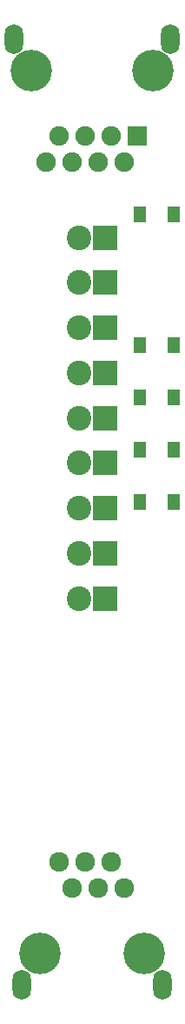
<source format=gts>
G04 #@! TF.FileFunction,Soldermask,Top*
%FSLAX46Y46*%
G04 Gerber Fmt 4.6, Leading zero omitted, Abs format (unit mm)*
G04 Created by KiCad (PCBNEW 4.0.2+dfsg1-stable) date Sun 11 Mar 2018 02:31:19 PM MDT*
%MOMM*%
G01*
G04 APERTURE LIST*
%ADD10C,0.100000*%
%ADD11O,1.797000X2.940000*%
%ADD12C,4.049980*%
%ADD13R,1.901140X1.901140*%
%ADD14C,1.901140*%
%ADD15R,1.310000X1.620000*%
%ADD16C,1.924000*%
%ADD17R,2.400000X2.400000*%
%ADD18C,2.400000*%
G04 APERTURE END LIST*
D10*
D11*
X121920000Y-52832000D03*
D12*
X108361480Y-55880000D03*
X120230900Y-55880000D03*
D13*
X118745000Y-62230000D03*
D14*
X117475000Y-64770000D03*
X116205000Y-62230000D03*
X114935000Y-64770000D03*
X113665000Y-62230000D03*
X112395000Y-64770000D03*
X111125000Y-62230000D03*
X109855000Y-64770000D03*
D11*
X106680000Y-52832000D03*
D15*
X119015000Y-69850000D03*
X122285000Y-69850000D03*
X119015000Y-82550000D03*
X122285000Y-82550000D03*
X119015000Y-87630000D03*
X122285000Y-87630000D03*
X119015000Y-92710000D03*
X122285000Y-92710000D03*
X119015000Y-97790000D03*
X122285000Y-97790000D03*
D16*
X114919000Y-135255000D03*
X112379000Y-135255000D03*
X117459000Y-135255000D03*
X111109000Y-132715000D03*
X113649000Y-132715000D03*
X116189000Y-132715000D03*
D11*
X121158000Y-144653000D03*
X107442000Y-144653000D03*
D12*
X119380000Y-141605000D03*
X109220000Y-141605000D03*
D17*
X115570000Y-72085200D03*
D18*
X113030000Y-72085200D03*
D17*
X115570000Y-76466700D03*
D18*
X113030000Y-76466700D03*
D17*
X115570000Y-80848200D03*
D18*
X113030000Y-80848200D03*
D17*
X115570000Y-85229700D03*
D18*
X113030000Y-85229700D03*
D17*
X115570000Y-89611200D03*
D18*
X113030000Y-89611200D03*
D17*
X115570000Y-93992700D03*
D18*
X113030000Y-93992700D03*
D17*
X115570000Y-98374200D03*
D18*
X113030000Y-98374200D03*
D17*
X115570000Y-102755700D03*
D18*
X113030000Y-102755700D03*
D17*
X115570000Y-107137200D03*
D18*
X113030000Y-107137200D03*
M02*

</source>
